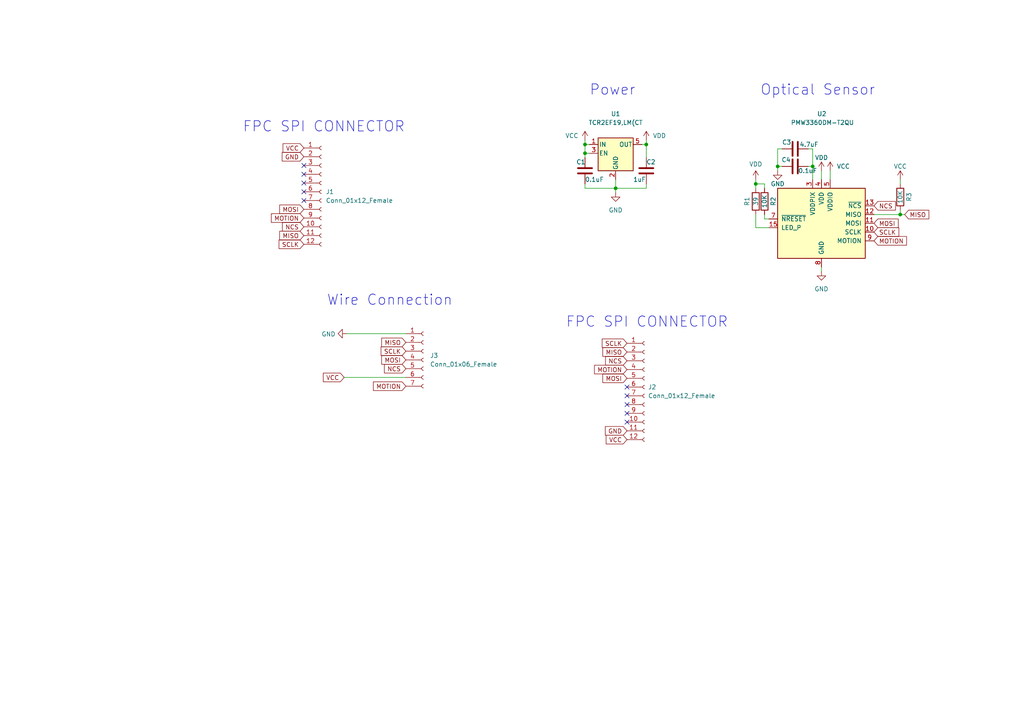
<source format=kicad_sch>
(kicad_sch (version 20211123) (generator eeschema)
  (paper "A4")
  (lib_symbols
    (symbol "Connector:Conn_01x06_Female" (pin_names (offset 1.016) hide)
      (property "Reference" "J3" (at 1.905 -1.27 0))
      (property "Value" "Conn_01x06_Female" (at 1.905 -3.81 0))
      (symbol "Conn_01x06_Female_1_1"
        (arc (start 0 -9.652) (mid -0.508 -10.16) (end 0 -10.668) (stroke (width 0.1524)))
        (arc (start 0 -7.112) (mid -0.508 -7.62) (end 0 -8.128) (stroke (width 0.1524)))
        (arc (start 0 -4.572) (mid -0.508 -5.08) (end 0 -5.588) (stroke (width 0.1524)))
        (arc (start 0 -2.032) (mid -0.508 -2.54) (end 0 -3.048) (stroke (width 0.1524)))
        (polyline (pts (xy -1.27 -10.16) (xy -0.508 -10.16)) (stroke (width 0.1524)))
        (polyline (pts (xy -1.27 -7.62) (xy -0.508 -7.62)) (stroke (width 0.1524)))
        (polyline (pts (xy -1.27 -5.08) (xy -0.508 -5.08)) (stroke (width 0.1524)))
        (polyline (pts (xy -1.27 -2.54) (xy -0.508 -2.54)) (stroke (width 0.1524)))
        (polyline (pts (xy -1.27 0) (xy -0.508 0)) (stroke (width 0.1524)))
        (polyline (pts (xy -1.27 2.54) (xy -0.508 2.54)) (stroke (width 0.1524)))
        (polyline (pts (xy -1.27 5.08) (xy -0.508 5.08)) (stroke (width 0.1524)))
        (arc (start 0 0.508) (mid -0.508 0) (end 0 -0.508) (stroke (width 0.1524)))
        (arc (start 0 3.048) (mid -0.508 2.54) (end 0 2.032) (stroke (width 0.1524)))
        (arc (start 0 5.588) (mid -0.508 5.08) (end 0 4.572) (stroke (width 0.1524)))
        (pin passive line (at -5.08 5.08 0) (length 3.81) (name "Pin_1") (number "1"))
        (pin passive line (at -5.08 2.54 0) (length 3.81) (name "Pin_2") (number "2"))
        (pin passive line (at -5.08 0 0) (length 3.81) (name "Pin_3") (number "3"))
        (pin passive line (at -5.08 -2.54 0) (length 3.81) (name "Pin_4") (number "4"))
        (pin passive line (at -5.08 -5.08 0) (length 3.81) (name "Pin_5") (number "5"))
        (pin passive line (at -5.08 -7.62 0) (length 3.81) (name "Pin_6") (number "6"))
        (pin passive line (at -5.08 -10.16 0) (length 3.81) (name "Pin_7") (number "7"))
      )
    )
    (symbol "Connector:Conn_01x12_Female" (pin_names (offset 1.016) hide)
      (property "Reference" "J" (at 0 15.24 0))
      (property "Value" "Conn_01x12_Female" (at 0 -17.78 0))
      (symbol "Conn_01x12_Female_1_1"
        (arc (start 0 -14.732) (mid -0.508 -15.24) (end 0 -15.748) (stroke (width 0.1524)))
        (arc (start 0 -12.192) (mid -0.508 -12.7) (end 0 -13.208) (stroke (width 0.1524)))
        (arc (start 0 -9.652) (mid -0.508 -10.16) (end 0 -10.668) (stroke (width 0.1524)))
        (arc (start 0 -7.112) (mid -0.508 -7.62) (end 0 -8.128) (stroke (width 0.1524)))
        (arc (start 0 -4.572) (mid -0.508 -5.08) (end 0 -5.588) (stroke (width 0.1524)))
        (arc (start 0 -2.032) (mid -0.508 -2.54) (end 0 -3.048) (stroke (width 0.1524)))
        (polyline (pts (xy -1.27 -15.24) (xy -0.508 -15.24)) (stroke (width 0.1524)))
        (polyline (pts (xy -1.27 -12.7) (xy -0.508 -12.7)) (stroke (width 0.1524)))
        (polyline (pts (xy -1.27 -10.16) (xy -0.508 -10.16)) (stroke (width 0.1524)))
        (polyline (pts (xy -1.27 -7.62) (xy -0.508 -7.62)) (stroke (width 0.1524)))
        (polyline (pts (xy -1.27 -5.08) (xy -0.508 -5.08)) (stroke (width 0.1524)))
        (polyline (pts (xy -1.27 -2.54) (xy -0.508 -2.54)) (stroke (width 0.1524)))
        (polyline (pts (xy -1.27 0) (xy -0.508 0)) (stroke (width 0.1524)))
        (polyline (pts (xy -1.27 2.54) (xy -0.508 2.54)) (stroke (width 0.1524)))
        (polyline (pts (xy -1.27 5.08) (xy -0.508 5.08)) (stroke (width 0.1524)))
        (polyline (pts (xy -1.27 7.62) (xy -0.508 7.62)) (stroke (width 0.1524)))
        (polyline (pts (xy -1.27 10.16) (xy -0.508 10.16)) (stroke (width 0.1524)))
        (polyline (pts (xy -1.27 12.7) (xy -0.508 12.7)) (stroke (width 0.1524)))
        (arc (start 0 0.508) (mid -0.508 0) (end 0 -0.508) (stroke (width 0.1524)))
        (arc (start 0 3.048) (mid -0.508 2.54) (end 0 2.032) (stroke (width 0.1524)))
        (arc (start 0 5.588) (mid -0.508 5.08) (end 0 4.572) (stroke (width 0.1524)))
        (arc (start 0 8.128) (mid -0.508 7.62) (end 0 7.112) (stroke (width 0.1524)))
        (arc (start 0 10.668) (mid -0.508 10.16) (end 0 9.652) (stroke (width 0.1524)))
        (arc (start 0 13.208) (mid -0.508 12.7) (end 0 12.192) (stroke (width 0.1524)))
        (pin passive line (at -5.08 12.7 0) (length 3.81) (name "Pin_1") (number "1"))
        (pin passive line (at -5.08 -10.16 0) (length 3.81) (name "Pin_10") (number "10"))
        (pin passive line (at -5.08 -12.7 0) (length 3.81) (name "Pin_11") (number "11"))
        (pin passive line (at -5.08 -15.24 0) (length 3.81) (name "Pin_12") (number "12"))
        (pin passive line (at -5.08 10.16 0) (length 3.81) (name "Pin_2") (number "2"))
        (pin passive line (at -5.08 7.62 0) (length 3.81) (name "Pin_3") (number "3"))
        (pin passive line (at -5.08 5.08 0) (length 3.81) (name "Pin_4") (number "4"))
        (pin passive line (at -5.08 2.54 0) (length 3.81) (name "Pin_5") (number "5"))
        (pin passive line (at -5.08 0 0) (length 3.81) (name "Pin_6") (number "6"))
        (pin passive line (at -5.08 -2.54 0) (length 3.81) (name "Pin_7") (number "7"))
        (pin passive line (at -5.08 -5.08 0) (length 3.81) (name "Pin_8") (number "8"))
        (pin passive line (at -5.08 -7.62 0) (length 3.81) (name "Pin_9") (number "9"))
      )
    )
    (symbol "Device:C" (pin_numbers hide) (pin_names (offset 0.254))
      (property "Reference" "C" (at 0.635 2.54 0))
      (property "Value" "C" (at 0.635 -2.54 0))
      (symbol "C_0_1"
        (polyline (pts (xy -2.032 -0.762) (xy 2.032 -0.762)) (stroke (width 0.508)))
        (polyline (pts (xy -2.032 0.762) (xy 2.032 0.762)) (stroke (width 0.508)))
      )
      (symbol "C_1_1"
        (pin passive line (at 0 3.81 270) (length 2.794) (name "~") (number "1"))
        (pin passive line (at 0 -3.81 90) (length 2.794) (name "~") (number "2"))
      )
    )
    (symbol "Device:R" (pin_numbers hide) (pin_names (offset 0))
      (property "Reference" "R" (at 2.032 0 90))
      (property "Value" "R" (at 0 0 90))
      (symbol "R_0_1"
        (rectangle (start -1.016 -2.54) (end 1.016 2.54) (stroke (width 0.254)))
      )
      (symbol "R_1_1"
        (pin passive line (at 0 3.81 270) (length 1.27) (name "~") (number "1"))
        (pin passive line (at 0 -3.81 90) (length 1.27) (name "~") (number "2"))
      )
    )
    (symbol "Project Symbols:PMW3360DM-T2QU" (pin_names (offset 1.016))
      (property "Reference" "U" (at -1.27 34.29 0))
      (property "Value" "PMW3360DM-T2QU" (at -10.16 31.75 0))
      (symbol "PMW3360DM-T2QU_0_1"
        (rectangle (start -12.7 17.78) (end 12.7 -2.54) (stroke (width 0.254)) (fill (type background)))
      )
      (symbol "PMW3360DM-T2QU_1_1"
        (pin no_connect line (at -10.16 -5.08 90) (length 2.54) hide (name "NC") (number "1"))
        (pin input line (at 15.24 5.08 180) (length 2.54) (name "SCLK") (number "10"))
        (pin input line (at 15.24 7.62 180) (length 2.54) (name "MOSI") (number "11"))
        (pin output line (at 15.24 10.16 180) (length 2.54) (name "MISO") (number "12"))
        (pin input line (at 15.24 12.7 180) (length 2.54) (name "~{NCS}") (number "13"))
        (pin no_connect line (at 7.62 -5.08 90) (length 2.54) hide (name "NC") (number "14"))
        (pin input line (at -15.24 6.35 0) (length 2.54) (name "LED_P") (number "15"))
        (pin no_connect line (at 10.16 -5.08 90) (length 2.54) hide (name "NC") (number "16"))
        (pin no_connect line (at -7.62 -5.08 90) (length 2.54) hide (name "NC") (number "2"))
        (pin power_in line (at -2.54 20.32 270) (length 2.54) (name "VDDPIX") (number "3"))
        (pin power_in line (at 0 20.32 270) (length 2.54) (name "VDD") (number "4"))
        (pin power_in line (at 2.54 20.32 270) (length 2.54) (name "VDDIO") (number "5"))
        (pin no_connect line (at 5.08 -5.08 90) (length 2.54) hide (name "NC") (number "6"))
        (pin input line (at -15.24 8.89 0) (length 2.54) (name "~{NRESET}") (number "7"))
        (pin power_in line (at 0 -5.08 90) (length 2.54) (name "GND") (number "8"))
        (pin output line (at 15.24 2.54 180) (length 2.54) (name "MOTION") (number "9"))
      )
    )
    (symbol "Regulator_Linear:TLV70019_SOT23-5" (pin_names (offset 0.254))
      (property "Reference" "U" (at -3.81 5.715 0))
      (property "Value" "TLV70019_SOT23-5" (at 0 5.715 0))
      (symbol "TLV70019_SOT23-5_0_1"
        (rectangle (start -5.08 4.445) (end 5.08 -5.08) (stroke (width 0.254)) (fill (type background)))
      )
      (symbol "TLV70019_SOT23-5_1_1"
        (pin power_in line (at -7.62 2.54 0) (length 2.54) (name "IN") (number "1"))
        (pin power_in line (at 0 -7.62 90) (length 2.54) (name "GND") (number "2"))
        (pin input line (at -7.62 0 0) (length 2.54) (name "EN") (number "3"))
        (pin no_connect line (at 5.08 0 180) (length 2.54) hide (name "NC") (number "4"))
        (pin power_out line (at 7.62 2.54 180) (length 2.54) (name "OUT") (number "5"))
      )
    )
    (symbol "power:GND" (power) (pin_names (offset 0))
      (property "Value" "GND" (at 0 -3.81 0))
      (symbol "GND_0_1"
        (polyline (pts (xy 0 0) (xy 0 -1.27) (xy 1.27 -1.27) (xy 0 -2.54) (xy -1.27 -1.27) (xy 0 -1.27)))
      )
      (symbol "GND_1_1"
        (pin power_in line (at 0 0 270) (length 0) hide (name "GND") (number "1"))
      )
    )
    (symbol "power:VCC" (power) (pin_names (offset 0))
      (property "Value" "VCC" (at 0 3.81 0))
      (symbol "VCC_0_1"
        (polyline (pts (xy -0.762 1.27) (xy 0 2.54)))
        (polyline (pts (xy 0 0) (xy 0 2.54)))
        (polyline (pts (xy 0 2.54) (xy 0.762 1.27)))
      )
      (symbol "VCC_1_1"
        (pin power_in line (at 0 0 90) (length 0) hide (name "VCC") (number "1"))
      )
    )
    (symbol "power:VDD" (power) (pin_names (offset 0))
      (property "Value" "VDD" (at 0 3.81 0))
      (symbol "VDD_0_1"
        (polyline (pts (xy -0.762 1.27) (xy 0 2.54)))
        (polyline (pts (xy 0 0) (xy 0 2.54)))
        (polyline (pts (xy 0 2.54) (xy 0.762 1.27)))
      )
      (symbol "VDD_1_1"
        (pin power_in line (at 0 0 90) (length 0) hide (name "VDD") (number "1"))
      )
    )
  )
  (junction (at 219.202 53.34))
  (junction (at 187.452 41.91))
  (junction (at 235.712 48.26))
  (junction (at 261.112 62.23))
  (junction (at 169.672 41.91))
  (junction (at 225.552 48.26))
  (junction (at 178.562 54.61))
  (junction (at 169.672 44.45))
  (no_connect (at 88.138 58.166))
  (no_connect (at 181.864 112.268))
  (no_connect (at 88.138 55.626))
  (no_connect (at 88.138 50.546))
  (no_connect (at 88.138 53.086))
  (no_connect (at 88.138 48.006))
  (no_connect (at 181.864 117.348))
  (no_connect (at 181.864 119.888))
  (no_connect (at 181.864 114.808))
  (no_connect (at 181.864 122.428))
  (wire (pts (xy 178.562 52.07) (xy 178.562 54.61)))
  (wire (pts (xy 261.112 62.23) (xy 261.112 60.96)))
  (wire (pts (xy 225.552 48.26) (xy 225.552 43.18)))
  (wire (pts (xy 169.672 40.64) (xy 169.672 41.91)))
  (wire (pts (xy 261.112 62.23) (xy 262.382 62.23)))
  (wire (pts (xy 187.452 40.64) (xy 187.452 41.91)))
  (wire (pts (xy 187.452 41.91) (xy 187.452 45.72)))
  (wire (pts (xy 226.822 43.18) (xy 225.552 43.18)))
  (wire (pts (xy 226.822 48.26) (xy 225.552 48.26)))
  (wire (pts (xy 238.252 49.53) (xy 238.252 52.07)))
  (wire (pts (xy 169.672 53.34) (xy 169.672 54.61)))
  (wire (pts (xy 253.492 62.23) (xy 261.112 62.23)))
  (wire (pts (xy 219.202 66.04) (xy 219.202 62.23)))
  (wire (pts (xy 221.742 54.61) (xy 221.742 53.34)))
  (wire (pts (xy 187.452 53.34) (xy 187.452 54.61)))
  (wire (pts (xy 235.712 43.18) (xy 234.442 43.18)))
  (wire (pts (xy 221.742 53.34) (xy 219.202 53.34)))
  (wire (pts (xy 178.562 54.61) (xy 178.562 55.88)))
  (wire (pts (xy 219.202 52.07) (xy 219.202 53.34)))
  (wire (pts (xy 186.182 41.91) (xy 187.452 41.91)))
  (wire (pts (xy 187.452 54.61) (xy 178.562 54.61)))
  (wire (pts (xy 169.672 44.45) (xy 169.672 41.91)))
  (wire (pts (xy 238.252 78.74) (xy 238.252 77.47)))
  (wire (pts (xy 235.712 48.26) (xy 235.712 52.07)))
  (wire (pts (xy 261.112 52.07) (xy 261.112 53.34)))
  (wire (pts (xy 170.942 44.45) (xy 169.672 44.45)))
  (wire (pts (xy 225.552 49.53) (xy 225.552 48.26)))
  (wire (pts (xy 169.672 45.72) (xy 169.672 44.45)))
  (wire (pts (xy 169.672 54.61) (xy 178.562 54.61)))
  (wire (pts (xy 221.742 63.5) (xy 221.742 62.23)))
  (wire (pts (xy 223.012 63.5) (xy 221.742 63.5)))
  (wire (pts (xy 235.712 48.26) (xy 235.712 43.18)))
  (wire (pts (xy 169.672 41.91) (xy 170.942 41.91)))
  (wire (pts (xy 100.584 96.774) (xy 117.729 96.774)))
  (wire (pts (xy 219.202 66.04) (xy 223.012 66.04)))
  (wire (pts (xy 235.712 48.26) (xy 234.442 48.26)))
  (wire (pts (xy 240.792 49.53) (xy 240.792 52.07)))
  (wire (pts (xy 219.202 53.34) (xy 219.202 54.61)))
  (wire (pts (xy 99.822 109.474) (xy 117.729 109.474)))
  (text "Power" (at 170.942 27.94 0) (effects (font (size 2.9972 2.9972)) (justify left bottom)))
  (text "FPC SPI CONNECTOR\n" (at 70.358 38.608 0) (effects (font (size 2.9972 2.9972)) (justify left bottom)))
  (text "Optical Sensor" (at 220.472 27.94 0) (effects (font (size 2.9972 2.9972)) (justify left bottom)))
  (text "Wire Connection\n" (at 94.742 88.9 0) (effects (font (size 2.9972 2.9972)) (justify left bottom)))
  (text "FPC SPI CONNECTOR\n" (at 164.084 95.25 0) (effects (font (size 2.9972 2.9972)) (justify left bottom)))
  (global_label "MOSI" (shape input) (at 88.138 60.706 180) (property "Intersheet References" "${INTERSHEET_REFS}" (effects hide)))
  (global_label "MISO" (shape input) (at 117.729 99.314 180) (property "Intersheet References" "${INTERSHEET_REFS}" (effects hide)))
  (global_label "MOTION" (shape input) (at 181.864 107.188 180) (property "Intersheet References" "${INTERSHEET_REFS}" (effects hide)))
  (global_label "VCC" (shape input) (at 88.138 42.926 180) (property "Intersheet References" "${INTERSHEET_REFS}" (effects hide)))
  (global_label "MOTION" (shape input) (at 88.138 63.246 180) (property "Intersheet References" "${INTERSHEET_REFS}" (effects hide)))
  (global_label "NCS" (shape input) (at 88.138 65.786 180) (property "Intersheet References" "${INTERSHEET_REFS}" (effects hide)))
  (global_label "VCC" (shape input) (at 181.864 127.508 180) (property "Intersheet References" "${INTERSHEET_REFS}" (effects hide)))
  (global_label "VCC" (shape input) (at 99.822 109.474 180) (property "Intersheet References" "${INTERSHEET_REFS}" (effects hide)))
  (global_label "NCS" (shape input) (at 181.864 104.648 180) (property "Intersheet References" "${INTERSHEET_REFS}" (effects hide)))
  (global_label "NCS" (shape input) (at 117.729 106.934 180) (property "Intersheet References" "${INTERSHEET_REFS}" (effects hide)))
  (global_label "SCLK" (shape input) (at 117.729 101.854 180) (property "Intersheet References" "${INTERSHEET_REFS}" (effects hide)))
  (global_label "MOSI" (shape input) (at 117.729 104.394 180) (property "Intersheet References" "${INTERSHEET_REFS}" (effects hide)))
  (global_label "MISO" (shape input) (at 88.138 68.326 180) (property "Intersheet References" "${INTERSHEET_REFS}" (effects hide)))
  (global_label "MOTION" (shape input) (at 253.492 69.85 0) (property "Intersheet References" "${INTERSHEET_REFS}" (effects hide)))
  (global_label "SCLK" (shape input) (at 88.138 70.866 180) (property "Intersheet References" "${INTERSHEET_REFS}" (effects hide)))
  (global_label "SCLK" (shape input) (at 181.864 99.568 180) (property "Intersheet References" "${INTERSHEET_REFS}" (effects hide)))
  (global_label "GND" (shape input) (at 181.864 124.968 180) (property "Intersheet References" "${INTERSHEET_REFS}" (effects hide)))
  (global_label "MISO" (shape input) (at 262.382 62.23 0) (property "Intersheet References" "${INTERSHEET_REFS}" (effects hide)))
  (global_label "MOSI" (shape input) (at 253.492 64.77 0) (property "Intersheet References" "${INTERSHEET_REFS}" (effects hide)))
  (global_label "MISO" (shape input) (at 181.864 102.108 180) (property "Intersheet References" "${INTERSHEET_REFS}" (effects hide)))
  (global_label "GND" (shape input) (at 88.138 45.466 180) (property "Intersheet References" "${INTERSHEET_REFS}" (effects hide)))
  (global_label "NCS" (shape input) (at 253.492 59.69 0) (property "Intersheet References" "${INTERSHEET_REFS}" (effects hide)))
  (global_label "SCLK" (shape input) (at 253.492 67.31 0) (property "Intersheet References" "${INTERSHEET_REFS}" (effects hide)))
  (global_label "MOSI" (shape input) (at 181.864 109.728 180) (property "Intersheet References" "${INTERSHEET_REFS}" (effects hide)))
  (global_label "MOTION" (shape input) (at 117.729 112.014 180) (property "Intersheet References" "${INTERSHEET_REFS}" (effects hide)))
  (symbol (lib_id "Project Symbols:PMW3360DM-T2QU") (at 238.252 72.39 0) (unit 1)
    (property "Reference" "U2" (at 236.982 33.02 0) (effects (justify left)))
    (property "Value" "PMW3360DM-T2QU" (at 229.362 35.56 0) (effects (justify left)))
    (property "Footprint" "Alaa:PMW3360DM-T2QU" (effects hide))
    (property "Datasheet" "https://www.pixart.com/_getfs.php?tb=product&id=10&fs=ck2_fs_en" (effects hide))
  )
  (symbol (lib_id "power:GND") (at 178.562 55.88 0) (unit 1)
    (property "Reference" "#PWR0108" (effects hide))
    (property "Value" "GND" (at 178.562 60.96 0))
  )
  (symbol (lib_id "Connector:Conn_01x12_Female") (at 186.944 112.268 0) (unit 1)
    (property "Reference" "J2" (at 187.96 112.2679 0) (effects (justify left)))
    (property "Value" "Conn_01x12_Female" (at 187.96 114.8079 0) (effects (justify left)))
    (property "Footprint" "Alaa:FPC-SMD_FPC05012-09200-.5mm-rev" (effects hide))
    (property "LCSC" "C479750" (effects hide))
  )
  (symbol (lib_id "Device:R") (at 221.742 58.42 180) (unit 1)
    (property "Reference" "R2" (at 224.282 58.42 90))
    (property "Value" "10K" (at 221.742 58.42 90))
    (property "Footprint" "Resistor_SMD:R_0805_2012Metric" (effects hide))
    (property "manf#" "ARG05BTC1002" (effects hide))
    (property "LCSC" "C406725" (effects hide))
  )
  (symbol (lib_id "power:VCC") (at 261.112 52.07 0) (unit 1)
    (property "Reference" "#PWR0106" (effects hide))
    (property "Value" "VCC" (at 261.112 48.26 0))
  )
  (symbol (lib_id "power:VCC") (at 240.792 49.53 0) (unit 1)
    (property "Reference" "#PWR0103" (effects hide))
    (property "Value" "VCC" (at 244.602 48.26 0))
  )
  (symbol (lib_id "power:GND") (at 100.584 96.774 270) (unit 1)
    (property "Reference" "#PWR0110" (effects hide))
    (property "Value" "GND" (at 97.3328 96.901 90) (effects (justify right)))
  )
  (symbol (lib_id "Device:R") (at 261.112 57.15 180) (unit 1)
    (property "Reference" "R3" (at 263.652 57.15 90))
    (property "Value" "10K" (at 261.112 57.15 90))
    (property "Footprint" "Resistor_SMD:R_0805_2012Metric" (effects hide))
    (property "manf#" "ARG05BTC1002" (effects hide))
    (property "LCSC" "C406725" (effects hide))
  )
  (symbol (lib_id "power:VDD") (at 238.252 49.53 0) (unit 1)
    (property "Reference" "#PWR0104" (effects hide))
    (property "Value" "VDD" (at 238.252 45.72 0))
  )
  (symbol (lib_id "Device:C") (at 187.452 49.53 0) (unit 1)
    (property "Reference" "C2" (at 187.452 46.99 0) (effects (justify left)))
    (property "Value" "1uF" (at 183.642 52.07 0) (effects (justify left)))
    (property "Footprint" "Capacitor_SMD:C_0805_2012Metric" (effects hide))
    (property "manf#" "0805B105K100CT" (effects hide))
    (property "LCSC" "C366879" (effects hide))
  )
  (symbol (lib_id "Device:C") (at 230.632 43.18 270) (unit 1)
    (property "Reference" "C3" (at 226.822 41.275 90) (effects (justify left)))
    (property "Value" "4.7uF" (at 231.902 41.91 90) (effects (justify left)))
    (property "Footprint" "Capacitor_SMD:C_0805_2012Metric" (effects hide))
    (property "manf#" "0805X475K250CT" (effects hide))
    (property "LCSC" "C303940" (effects hide))
  )
  (symbol (lib_id "Regulator_Linear:TLV70019_SOT23-5") (at 178.562 44.45 0) (unit 1)
    (property "Reference" "U1" (at 178.562 33.02 0))
    (property "Value" "TCR2EF19,LM(CT" (at 178.562 35.56 0))
    (property "Footprint" "Package_TO_SOT_SMD:SOT-23-5" (effects hide))
    (property "Datasheet" "http://www.ti.com/lit/ds/symlink/tlv700.pdf" (effects hide))
    (property "LCSC" "C146366" (effects hide))
  )
  (symbol (lib_id "Connector:Conn_01x12_Female") (at 93.218 55.626 0) (unit 1)
    (property "Reference" "J1" (at 94.488 55.6259 0) (effects (justify left)))
    (property "Value" "Conn_01x12_Female" (at 94.488 58.1659 0) (effects (justify left)))
    (property "Footprint" "Alaa:FPC-SMD_FPC05012-09200-.5mm-rev" (effects hide))
    (property "LCSC" "C479750" (effects hide))
  )
  (symbol (lib_id "power:VDD") (at 219.202 52.07 0) (unit 1)
    (property "Reference" "#PWR0101" (effects hide))
    (property "Value" "VDD" (at 219.202 47.625 0))
  )
  (symbol (lib_id "Device:C") (at 169.672 49.53 0) (unit 1)
    (property "Reference" "C1" (at 167.132 46.99 0) (effects (justify left)))
    (property "Value" "0.1uF" (at 169.672 52.07 0) (effects (justify left)))
    (property "Footprint" "Capacitor_SMD:C_0805_2012Metric" (effects hide))
    (property "manf#" "0805B104K101CT" (effects hide))
    (property "LCSC" "C77456" (effects hide))
  )
  (symbol (lib_id "power:VDD") (at 187.452 40.64 0) (unit 1)
    (property "Reference" "#PWR0102" (effects hide))
    (property "Value" "VDD" (at 191.262 39.37 0))
  )
  (symbol (lib_id "power:GND") (at 225.552 49.53 0) (unit 1)
    (property "Reference" "#PWR0105" (effects hide))
    (property "Value" "GND" (at 225.552 53.34 0))
  )
  (symbol (lib_id "Connector:Conn_01x06_Female") (at 122.809 101.854 0) (unit 1)
    (property "Reference" "J3" (at 124.714 103.124 0) (effects (justify left)))
    (property "Value" "Conn_01x06_Female" (at 124.714 105.664 0) (effects (justify left)))
    (property "Footprint" "Connector_PinHeader_2.54mm:PinHeader_1x07_P2.54mm_Vertical" (effects hide))
  )
  (symbol (lib_id "power:VCC") (at 169.672 40.64 0) (unit 1)
    (property "Reference" "#PWR0109" (effects hide))
    (property "Value" "VCC" (at 165.862 39.37 0))
  )
  (symbol (lib_id "Device:C") (at 230.632 48.26 90) (unit 1)
    (property "Reference" "C4" (at 229.362 46.355 90) (effects (justify left)))
    (property "Value" "0.1uF" (at 236.982 49.53 90) (effects (justify left)))
    (property "Footprint" "Capacitor_SMD:C_0805_2012Metric" (effects hide))
    (property "manf#" "0805B104K101CT" (effects hide))
    (property "LCSC" "C77456" (effects hide))
  )
  (symbol (lib_id "Device:R") (at 219.202 58.42 0) (unit 1)
    (property "Reference" "R1" (at 216.662 58.42 90))
    (property "Value" "39" (at 219.202 58.42 90))
    (property "Footprint" "Resistor_SMD:R_0805_2012Metric" (effects hide))
    (property "manf#" "SG73P2ATTD39R0F" (effects hide))
    (property "LCSC" "C514993" (effects hide))
  )
  (symbol (lib_id "power:GND") (at 238.252 78.74 0) (unit 1)
    (property "Reference" "#PWR0107" (effects hide))
    (property "Value" "GND" (at 238.252 83.82 0))
  )
)
</source>
